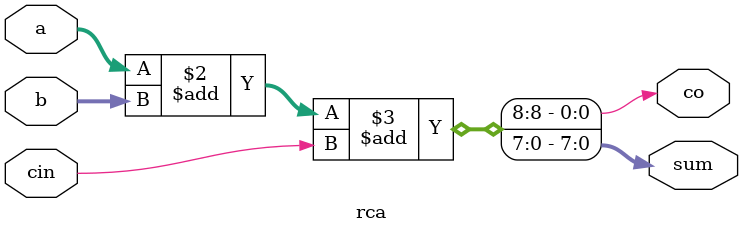
<source format=v>
`timescale 1ns / 1ps
`default_nettype none



module rca  #(parameter n=8) (
    input wire [n-1:0] a,
    input wire [n-1:0] b,
    input wire cin,
    output reg [n-1:0] sum,
    output reg co
    );
	

    always @ (*)
    begin
       {co,sum} = a + b + cin;    
    end
    
endmodule

`default_nettype wire


</source>
